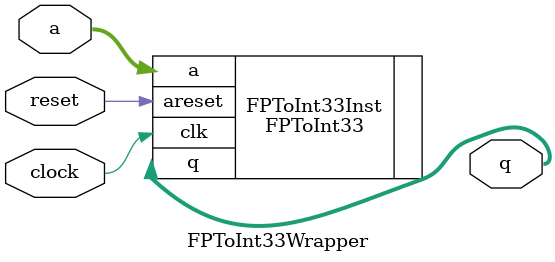
<source format=v>
module FPToInt33Wrapper (
    input  wire        clock,
    input  wire        reset,
    input  wire [31:0] a,
    output wire [32:0] q
  );

  FPToInt33 FPToInt33Inst (
    .clk(clock)
  , .areset(reset)
  , .a(a)
  , .q(q)
  );
endmodule

</source>
